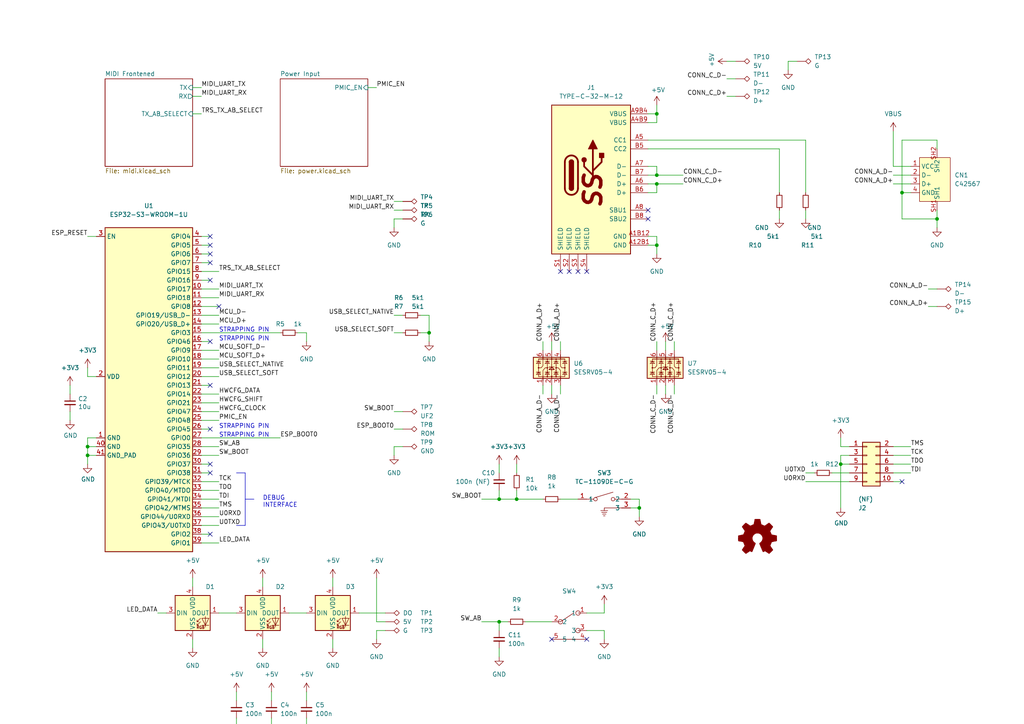
<source format=kicad_sch>
(kicad_sch (version 20230121) (generator eeschema)
  (paper "A4")
  (junction (at 190.5 53.34))
  (junction (at 25.4 132.08))
  (junction (at 261.62 55.88))
  (junction (at 185.42 147.32))
  (junction (at 144.78 144.78))
  (junction (at 231.14 302.26))
  (junction (at 149.86 218.44))
  (junction (at 190.5 50.8))
  (junction (at -30.48 78.74))
  (junction (at 144.78 180.34))
  (junction (at 271.78 63.5))
  (junction (at 124.46 96.52))
  (junction (at 190.5 33.02))
  (junction (at 149.86 144.78))
  (junction (at 190.5 71.12))
  (junction (at 215.9 292.1))
  (junction (at 248.92 289.56))
  (junction (at 25.4 129.54))
  (junction (at -25.4 78.74))
  (junction (at 248.92 279.4))
  (junction (at 243.84 134.62))
  (no_connect (at 187.96 63.5))
  (no_connect (at 162.56 78.74))
  (no_connect (at 167.64 78.74))
  (no_connect (at 60.96 81.28))
  (no_connect (at 160.02 185.42))
  (no_connect (at 170.18 185.42))
  (no_connect (at 63.5 88.9))
  (no_connect (at 60.96 111.76))
  (no_connect (at 60.96 124.46))
  (no_connect (at 60.96 134.62))
  (no_connect (at 60.96 137.16))
  (no_connect (at 60.96 154.94))
  (no_connect (at 60.96 71.12))
  (no_connect (at 60.96 68.58))
  (no_connect (at 60.96 73.66))
  (no_connect (at 60.96 76.2))
  (no_connect (at 170.18 78.74))
  (no_connect (at 165.1 78.74))
  (no_connect (at 60.96 99.06))
  (no_connect (at 243.84 264.16))
  (no_connect (at 261.62 139.7))
  (no_connect (at 187.96 60.96))
  (wire (pts (xy 205.74 274.32) (xy 218.44 274.32)))
  (wire (pts (xy 66.04 304.8) (xy 68.58 304.8)))
  (wire (pts (xy 58.42 71.12) (xy 60.96 71.12)))
  (wire (pts (xy 76.2 185.42) (xy 76.2 187.96)))
  (wire (pts (xy 139.7 144.78) (xy 144.78 144.78)))
  (wire (pts (xy 58.42 116.84) (xy 63.5 116.84)))
  (wire (pts (xy -25.4 78.74) (xy -25.4 81.28)))
  (wire (pts (xy 187.96 43.18) (xy 226.06 43.18)))
  (wire (pts (xy 58.42 76.2) (xy 60.96 76.2)))
  (wire (pts (xy 83.82 177.8) (xy 88.9 177.8)))
  (wire (pts (xy 45.72 241.3) (xy 45.72 246.38)))
  (wire (pts (xy 261.62 55.88) (xy 261.62 63.5)))
  (wire (pts (xy 48.26 271.78) (xy 43.18 271.78)))
  (wire (pts (xy 218.44 279.4) (xy 205.74 279.4)))
  (wire (pts (xy 160.02 111.76) (xy 160.02 114.3)))
  (wire (pts (xy 25.4 134.62) (xy 25.4 132.08)))
  (wire (pts (xy 58.42 104.14) (xy 63.5 104.14)))
  (wire (pts (xy 68.58 200.66) (xy 68.58 203.2)))
  (wire (pts (xy -30.48 76.2) (xy -30.48 78.74)))
  (wire (pts (xy 259.08 129.54) (xy 264.16 129.54)))
  (wire (pts (xy 116.84 259.08) (xy 116.84 261.62)))
  (wire (pts (xy 162.56 144.78) (xy 167.64 144.78)))
  (wire (pts (xy 48.26 325.12) (xy 43.18 325.12)))
  (wire (pts (xy 182.88 147.32) (xy 185.42 147.32)))
  (wire (pts (xy 190.5 53.34) (xy 198.12 53.34)))
  (wire (pts (xy 55.88 33.02) (xy 58.42 33.02)))
  (wire (pts (xy 78.74 200.66) (xy 78.74 203.2)))
  (wire (pts (xy 231.14 302.26) (xy 231.14 299.72)))
  (wire (pts (xy 187.96 71.12) (xy 190.5 71.12)))
  (wire (pts (xy 175.26 177.8) (xy 175.26 175.26)))
  (wire (pts (xy 114.3 96.52) (xy 116.84 96.52)))
  (wire (pts (xy 114.3 132.08) (xy 114.3 129.54)))
  (wire (pts (xy 114.3 91.44) (xy 116.84 91.44)))
  (wire (pts (xy 45.72 322.58) (xy 45.72 327.66)))
  (wire (pts (xy 210.82 27.94) (xy 213.36 27.94)))
  (wire (pts (xy 25.4 132.08) (xy 25.4 129.54)))
  (wire (pts (xy 109.22 182.88) (xy 111.76 182.88)))
  (wire (pts (xy 231.14 254) (xy 231.14 256.54)))
  (polyline (pts (xy 68.58 152.4) (xy 71.12 152.4)))
  (wire (pts (xy 58.42 157.48) (xy 63.5 157.48)))
  (wire (pts (xy 124.46 91.44) (xy 124.46 96.52)))
  (wire (pts (xy 271.78 43.18) (xy 271.78 40.64)))
  (wire (pts (xy 109.22 185.42) (xy 109.22 182.88)))
  (wire (pts (xy 187.96 40.64) (xy 233.68 40.64)))
  (wire (pts (xy 25.4 129.54) (xy 27.94 129.54)))
  (wire (pts (xy 109.22 167.64) (xy 109.22 180.34)))
  (wire (pts (xy 63.5 177.8) (xy 68.58 177.8)))
  (wire (pts (xy 68.58 325.12) (xy 63.5 325.12)))
  (wire (pts (xy 218.44 269.24) (xy 205.74 269.24)))
  (wire (pts (xy 58.42 124.46) (xy 60.96 124.46)))
  (wire (pts (xy 187.96 53.34) (xy 190.5 53.34)))
  (wire (pts (xy 63.5 327.66) (xy 66.04 327.66)))
  (wire (pts (xy 58.42 149.86) (xy 63.5 149.86)))
  (wire (pts (xy 187.96 33.02) (xy 190.5 33.02)))
  (wire (pts (xy 175.26 185.42) (xy 175.26 182.88)))
  (wire (pts (xy 246.38 132.08) (xy 243.84 132.08)))
  (wire (pts (xy 144.78 187.96) (xy 144.78 190.5)))
  (wire (pts (xy 109.22 180.34) (xy 111.76 180.34)))
  (wire (pts (xy 162.56 111.76) (xy 162.56 114.3)))
  (wire (pts (xy 25.4 132.08) (xy 27.94 132.08)))
  (wire (pts (xy 68.58 208.28) (xy 68.58 210.82)))
  (wire (pts (xy -35.56 78.74) (xy -30.48 78.74)))
  (wire (pts (xy 50.8 307.34) (xy 45.72 307.34)))
  (wire (pts (xy 259.08 50.8) (xy 264.16 50.8)))
  (wire (pts (xy 66.04 274.32) (xy 66.04 279.4)))
  (wire (pts (xy 233.68 40.64) (xy 233.68 55.88)))
  (wire (pts (xy 205.74 264.16) (xy 218.44 264.16)))
  (wire (pts (xy 243.84 127) (xy 243.84 129.54)))
  (wire (pts (xy 68.58 276.86) (xy 63.5 276.86)))
  (wire (pts (xy 114.3 124.46) (xy 116.84 124.46)))
  (wire (pts (xy 218.44 271.78) (xy 205.74 271.78)))
  (wire (pts (xy 58.42 129.54) (xy 63.5 129.54)))
  (wire (pts (xy 58.42 134.62) (xy 60.96 134.62)))
  (wire (pts (xy 48.26 274.32) (xy 45.72 274.32)))
  (wire (pts (xy 157.48 111.76) (xy 157.48 114.3)))
  (wire (pts (xy 215.9 302.26) (xy 231.14 302.26)))
  (wire (pts (xy 78.74 208.28) (xy 78.74 210.82)))
  (wire (pts (xy 193.04 111.76) (xy 193.04 114.3)))
  (wire (pts (xy 55.88 167.64) (xy 55.88 170.18)))
  (wire (pts (xy 58.42 88.9) (xy 63.5 88.9)))
  (wire (pts (xy 190.5 111.76) (xy 190.5 114.3)))
  (wire (pts (xy -30.48 68.58) (xy -30.48 71.12)))
  (wire (pts (xy 114.3 129.54) (xy 116.84 129.54)))
  (wire (pts (xy 226.06 43.18) (xy 226.06 55.88)))
  (wire (pts (xy 228.6 17.78) (xy 231.14 17.78)))
  (wire (pts (xy 121.92 96.52) (xy 124.46 96.52)))
  (wire (pts (xy 144.78 142.24) (xy 144.78 144.78)))
  (wire (pts (xy 233.68 139.7) (xy 246.38 139.7)))
  (wire (pts (xy 25.4 127) (xy 27.94 127)))
  (wire (pts (xy 157.48 144.78) (xy 149.86 144.78)))
  (wire (pts (xy 190.5 99.06) (xy 190.5 101.6)))
  (wire (pts (xy 58.42 93.98) (xy 63.5 93.98)))
  (wire (pts (xy 48.26 276.86) (xy 43.18 276.86)))
  (wire (pts (xy 269.24 88.9) (xy 271.78 88.9)))
  (wire (pts (xy 144.78 134.62) (xy 144.78 137.16)))
  (wire (pts (xy 149.86 218.44) (xy 149.86 215.9)))
  (wire (pts (xy 58.42 68.58) (xy 60.96 68.58)))
  (wire (pts (xy -35.56 109.22) (xy -20.32 109.22)))
  (wire (pts (xy 50.8 302.26) (xy 45.72 302.26)))
  (wire (pts (xy 58.42 127) (xy 81.28 127)))
  (wire (pts (xy 261.62 40.64) (xy 261.62 55.88)))
  (wire (pts (xy 76.2 167.64) (xy 76.2 170.18)))
  (wire (pts (xy 55.88 25.4) (xy 58.42 25.4)))
  (wire (pts (xy 114.3 66.04) (xy 114.3 63.5)))
  (wire (pts (xy 152.4 180.34) (xy 160.02 180.34)))
  (wire (pts (xy 243.84 132.08) (xy 243.84 134.62)))
  (wire (pts (xy 45.72 177.8) (xy 48.26 177.8)))
  (wire (pts (xy 248.92 289.56) (xy 248.92 292.1)))
  (wire (pts (xy -25.4 78.74) (xy -30.48 78.74)))
  (wire (pts (xy 48.26 299.72) (xy 48.26 304.8)))
  (wire (pts (xy 58.42 81.28) (xy 60.96 81.28)))
  (wire (pts (xy 106.68 25.4) (xy 109.22 25.4)))
  (wire (pts (xy -7.62 109.22) (xy -10.16 109.22)))
  (wire (pts (xy 58.42 137.16) (xy 60.96 137.16)))
  (wire (pts (xy 248.92 276.86) (xy 248.92 279.4)))
  (wire (pts (xy 116.84 266.7) (xy 116.84 269.24)))
  (wire (pts (xy 259.08 134.62) (xy 264.16 134.62)))
  (wire (pts (xy 20.32 111.76) (xy 20.32 114.3)))
  (wire (pts (xy 248.92 279.4) (xy 248.92 281.94)))
  (wire (pts (xy 190.5 33.02) (xy 190.5 30.48)))
  (wire (pts (xy 58.42 147.32) (xy 63.5 147.32)))
  (wire (pts (xy 261.62 55.88) (xy 264.16 55.88)))
  (wire (pts (xy 271.78 40.64) (xy 261.62 40.64)))
  (wire (pts (xy 259.08 53.34) (xy 264.16 53.34)))
  (wire (pts (xy 68.58 248.92) (xy 63.5 248.92)))
  (wire (pts (xy 231.14 304.8) (xy 231.14 302.26)))
  (wire (pts (xy 185.42 147.32) (xy 185.42 144.78)))
  (wire (pts (xy 58.42 109.22) (xy 63.5 109.22)))
  (wire (pts (xy 246.38 129.54) (xy 243.84 129.54)))
  (wire (pts (xy 121.92 91.44) (xy 124.46 91.44)))
  (polyline (pts (xy 68.58 137.16) (xy 71.12 137.16)))
  (wire (pts (xy 68.58 243.84) (xy 63.5 243.84)))
  (wire (pts (xy 248.92 279.4) (xy 256.54 279.4)))
  (wire (pts (xy -20.32 78.74) (xy -25.4 78.74)))
  (wire (pts (xy 215.9 261.62) (xy 215.9 292.1)))
  (wire (pts (xy 243.84 134.62) (xy 246.38 134.62)))
  (wire (pts (xy -7.62 78.74) (xy -10.16 78.74)))
  (wire (pts (xy 68.58 271.78) (xy 63.5 271.78)))
  (wire (pts (xy 48.26 330.2) (xy 43.18 330.2)))
  (wire (pts (xy 149.86 134.62) (xy 149.86 137.16)))
  (wire (pts (xy 127 259.08) (xy 127 261.62)))
  (wire (pts (xy 88.9 96.52) (xy 86.36 96.52)))
  (wire (pts (xy 185.42 144.78) (xy 182.88 144.78)))
  (wire (pts (xy 264.16 137.16) (xy 259.08 137.16)))
  (wire (pts (xy 144.78 180.34) (xy 144.78 182.88)))
  (wire (pts (xy 96.52 185.42) (xy 96.52 187.96)))
  (wire (pts (xy 58.42 114.3) (xy 63.5 114.3)))
  (wire (pts (xy 261.62 63.5) (xy 271.78 63.5)))
  (wire (pts (xy 190.5 71.12) (xy 190.5 73.66)))
  (wire (pts (xy 264.16 48.26) (xy 259.08 48.26)))
  (wire (pts (xy 271.78 63.5) (xy 271.78 66.04)))
  (wire (pts (xy 271.78 60.96) (xy 271.78 63.5)))
  (wire (pts (xy 71.12 302.26) (xy 66.04 302.26)))
  (wire (pts (xy 88.9 200.66) (xy 88.9 203.2)))
  (wire (pts (xy 248.92 289.56) (xy 256.54 289.56)))
  (wire (pts (xy 88.9 208.28) (xy 88.9 210.82)))
  (wire (pts (xy 193.04 99.06) (xy 193.04 101.6)))
  (wire (pts (xy 58.42 73.66) (xy 60.96 73.66)))
  (wire (pts (xy 48.26 248.92) (xy 43.18 248.92)))
  (wire (pts (xy 58.42 99.06) (xy 60.96 99.06)))
  (wire (pts (xy 58.42 111.76) (xy 60.96 111.76)))
  (wire (pts (xy 127 266.7) (xy 127 269.24)))
  (wire (pts (xy 58.42 78.74) (xy 63.5 78.74)))
  (wire (pts (xy 160.02 99.06) (xy 160.02 101.6)))
  (wire (pts (xy 114.3 60.96) (xy 116.84 60.96)))
  (wire (pts (xy 218.44 294.64) (xy 213.36 294.64)))
  (wire (pts (xy 248.92 287.02) (xy 248.92 289.56)))
  (wire (pts (xy 104.14 177.8) (xy 111.76 177.8)))
  (wire (pts (xy 233.68 63.5) (xy 233.68 60.96)))
  (wire (pts (xy 218.44 266.7) (xy 205.74 266.7)))
  (wire (pts (xy 58.42 154.94) (xy 60.96 154.94)))
  (wire (pts (xy 205.74 281.94) (xy 218.44 281.94)))
  (wire (pts (xy 236.22 137.16) (xy 233.68 137.16)))
  (wire (pts (xy 246.38 137.16) (xy 241.3 137.16)))
  (wire (pts (xy 269.24 83.82) (xy 271.78 83.82)))
  (wire (pts (xy 58.42 101.6) (xy 63.5 101.6)))
  (wire (pts (xy 190.5 50.8) (xy 198.12 50.8)))
  (wire (pts (xy 149.86 142.24) (xy 149.86 144.78)))
  (wire (pts (xy 58.42 132.08) (xy 63.5 132.08)))
  (polyline (pts (xy 71.12 144.78) (xy 73.66 144.78)))
  (wire (pts (xy 149.86 220.98) (xy 149.86 218.44)))
  (wire (pts (xy 190.5 55.88) (xy 190.5 53.34)))
  (wire (pts (xy 68.58 330.2) (xy 63.5 330.2)))
  (wire (pts (xy 147.32 180.34) (xy 144.78 180.34)))
  (wire (pts (xy 261.62 139.7) (xy 259.08 139.7)))
  (wire (pts (xy 195.58 99.06) (xy 195.58 101.6)))
  (polyline (pts (xy 71.12 144.78) (xy 71.12 152.4)))
  (wire (pts (xy 124.46 96.52) (xy 124.46 99.06)))
  (wire (pts (xy 187.96 50.8) (xy 190.5 50.8)))
  (wire (pts (xy 58.42 139.7) (xy 63.5 139.7)))
  (wire (pts (xy 228.6 20.32) (xy 228.6 17.78)))
  (wire (pts (xy 243.84 134.62) (xy 243.84 147.32)))
  (wire (pts (xy 185.42 149.86) (xy 185.42 147.32)))
  (wire (pts (xy 20.32 119.38) (xy 20.32 121.92)))
  (wire (pts (xy -7.62 114.3) (xy -7.62 109.22)))
  (wire (pts (xy 48.26 327.66) (xy 45.72 327.66)))
  (wire (pts (xy 218.44 289.56) (xy 213.36 289.56)))
  (wire (pts (xy 48.26 243.84) (xy 43.18 243.84)))
  (wire (pts (xy 157.48 99.06) (xy 157.48 101.6)))
  (wire (pts (xy 25.4 129.54) (xy 25.4 127)))
  (wire (pts (xy 68.58 304.8) (xy 68.58 309.88)))
  (wire (pts (xy 106.68 259.08) (xy 106.68 261.62)))
  (wire (pts (xy 25.4 106.68) (xy 25.4 109.22)))
  (wire (pts (xy 187.96 35.56) (xy 190.5 35.56)))
  (wire (pts (xy 187.96 48.26) (xy 190.5 48.26)))
  (wire (pts (xy 114.3 58.42) (xy 116.84 58.42)))
  (wire (pts (xy 27.94 68.58) (xy 25.4 68.58)))
  (wire (pts (xy 58.42 106.68) (xy 63.5 106.68)))
  (wire (pts (xy 147.32 218.44) (xy 149.86 218.44)))
  (wire (pts (xy 243.84 261.62) (xy 248.92 261.62)))
  (wire (pts (xy 66.04 327.66) (xy 66.04 332.74)))
  (wire (pts (xy 218.44 292.1) (xy 215.9 292.1)))
  (wire (pts (xy 195.58 111.76) (xy 195.58 114.3)))
  (wire (pts (xy 226.06 63.5) (xy 226.06 60.96)))
  (wire (pts (xy 88.9 99.06) (xy 88.9 96.52)))
  (wire (pts (xy 58.42 121.92) (xy 63.5 121.92)))
  (wire (pts (xy 170.18 177.8) (xy 175.26 177.8)))
  (wire (pts (xy 190.5 68.58) (xy 190.5 71.12)))
  (wire (pts (xy 25.4 109.22) (xy 27.94 109.22)))
  (wire (pts (xy -7.62 83.82) (xy -7.62 78.74)))
  (wire (pts (xy 58.42 83.82) (xy 63.5 83.82)))
  (wire (pts (xy 210.82 17.78) (xy 213.36 17.78)))
  (wire (pts (xy 50.8 304.8) (xy 48.26 304.8)))
  (wire (pts (xy 114.3 119.38) (xy 116.84 119.38)))
  (wire (pts (xy 71.12 307.34) (xy 66.04 307.34)))
  (wire (pts (xy 114.3 63.5) (xy 116.84 63.5)))
  (wire (pts (xy 58.42 144.78) (xy 63.5 144.78)))
  (wire (pts (xy 187.96 68.58) (xy 190.5 68.58)))
  (wire (pts (xy 63.5 246.38) (xy 66.04 246.38)))
  (wire (pts (xy 106.68 266.7) (xy 106.68 269.24)))
  (wire (pts (xy 96.52 266.7) (xy 96.52 269.24)))
  (wire (pts (xy 58.42 142.24) (xy 63.5 142.24)))
  (wire (pts (xy 175.26 182.88) (xy 170.18 182.88)))
  (wire (pts (xy 215.9 292.1) (xy 215.9 302.26)))
  (wire (pts (xy 58.42 91.44) (xy 63.5 91.44)))
  (wire (pts (xy 96.52 167.64) (xy 96.52 170.18)))
  (wire (pts (xy 264.16 132.08) (xy 259.08 132.08)))
  (wire (pts (xy 190.5 35.56) (xy 190.5 33.02)))
  (wire (pts (xy 55.88 185.42) (xy 55.88 187.96)))
  (wire (pts (xy 48.26 246.38) (xy 45.72 246.38)))
  (wire (pts (xy 218.44 261.62) (xy 215.9 261.62)))
  (wire (pts (xy 96.52 259.08) (xy 96.52 261.62)))
  (wire (pts (xy -25.4 86.36) (xy -25.4 88.9)))
  (wire (pts (xy 58.42 152.4) (xy 63.5 152.4)))
  (wire (pts (xy 149.86 144.78) (xy 144.78 144.78)))
  (wire (pts (xy 66.04 246.38) (xy 66.04 251.46)))
  (wire (pts (xy 162.56 99.06) (xy 162.56 101.6)))
  (wire (pts (xy 58.42 86.36) (xy 63.5 86.36)))
  (wire (pts (xy 218.44 276.86) (xy 205.74 276.86)))
  (polyline (pts (xy 71.12 137.16) (xy 71.12 144.78)))
  (wire (pts (xy 210.82 22.86) (xy 213.36 22.86)))
  (wire (pts (xy 190.5 48.26) (xy 190.5 50.8)))
  (wire (pts (xy 187.96 55.88) (xy 190.5 55.88)))
  (wire (pts (xy 259.08 38.1) (xy 259.08 48.26)))
  (wire (pts (xy 55.88 27.94) (xy 58.42 27.94)))
  (wire (pts (xy 58.42 119.38) (xy 63.5 119.38)))
  (wire (pts (xy 149.86 215.9) (xy 147.32 215.9)))
  (wire (pts (xy 45.72 269.24) (xy 45.72 274.32)))
  (wire (pts (xy 139.7 180.34) (xy 144.78 180.34)))
  (wire (pts (xy 58.42 96.52) (xy 81.28 96.52)))
  (wire (pts (xy 63.5 274.32) (xy 66.04 274.32)))
  (text "STRAPPING PIN" (at 63.5 124.46 0) (effects (font (size 1.27 1.27)) (justify left bottom)))
  (text "STRAPPING PIN" (at 63.5 99.06 0) (effects (font (size 1.27 1.27)) (justify left bottom)))
  (text "STRAPPING PIN" (at 63.5 96.52 0) (effects (font (size 1.27 1.27)) (justify left bottom)))
  (text "DEBUG\nINTERFACE" (at 76.2 147.32 0) (effects (font (size 1.27 1.27)) (justify left bottom)))
  (text "STRAPPING PIN" (at 63.5 127 0) (effects (font (size 1.27 1.27)) (justify left bottom)))
  (label "MCU_D-" (at 63.5 91.44 0))
  (label "CONN_C_D-" (at 68.58 248.92 0))
  (label "LED_DATA" (at 45.72 177.8 180))
  (label "HWCFG_DATA" (at 63.5 114.3 0))
  (label "CONN_A_D-" (at 259.08 50.8 180))
  (label "TDO" (at 63.5 142.24 0))
  (label "HWCFG_LOW" (at 205.74 276.86 180))
  (label "HWCFG_LOW" (at 205.74 264.16 180))
  (label "MIDI_UART_TX" (at 58.42 25.4 0))
  (label "ESP_BOOT0" (at -35.56 109.22 180))
  (label "HWCFG_CLOCK" (at 63.5 119.38 0))
  (label "MCU_SOFT_D-" (at 45.72 307.34 180))
  (label "SW_BOOT" (at 139.7 144.78 180))
  (label "HWCFG_LOW" (at 205.74 274.32 180))
  (label "CONN_C_D-" (at 210.82 22.86 180))
  (label "TDO" (at 264.16 134.62 0))
  (label "CONN_C_D+" (at 68.58 325.12 0))
  (label "U0RXD" (at 63.5 149.86 0))
  (label "CONN_C_D-" (at 198.12 50.8 0))
  (label "PMIC_EN" (at 109.22 25.4 0))
  (label "MCU_D-" (at 43.18 248.92 180))
  (label "TRS_TX_AB_SELECT" (at 63.5 78.74 0))
  (label "USB_SELECT_SOFT" (at 63.5 109.22 0))
  (label "U0TXD" (at 63.5 152.4 0))
  (label "ESP_BOOT0" (at 81.28 127 0))
  (label "HWCFG_LOW" (at 256.54 289.56 0))
  (label "ESP_RESET" (at -35.56 78.74 180))
  (label "USB_SELECT_NATIVE" (at 43.18 243.84 180))
  (label "TRS_TX_AB_SELECT" (at 58.42 33.02 0))
  (label "TCK" (at 264.16 132.08 0))
  (label "TCK" (at 63.5 139.7 0))
  (label "TMS" (at 264.16 129.54 0))
  (label "CONN_A_D+" (at 162.56 99.06 90))
  (label "TMS" (at 63.5 147.32 0))
  (label "U0RXD" (at 233.68 139.7 180))
  (label "CONN_A_D+" (at 68.58 330.2 0))
  (label "MIDI_UART_RX" (at 114.3 60.96 180))
  (label "MCU_D+" (at 43.18 276.86 180))
  (label "SW_BOOT" (at 63.5 132.08 0))
  (label "HWCFG_CLOCK" (at 213.36 289.56 180))
  (label "HWCFG_HIGH" (at 256.54 279.4 0))
  (label "CONN_A_D-" (at 162.56 114.2394 270))
  (label "HWCFG_SHIFT" (at 213.36 294.64 180))
  (label "CONN_A_D-" (at 157.48 114.3 270))
  (label "MCU_D+" (at 63.5 93.98 0))
  (label "MCU_SOFT_D+" (at 43.18 330.2 180))
  (label "U0TXD" (at 233.68 137.16 180))
  (label "HWCFG_LOW" (at 205.74 279.4 180))
  (label "USB_SELECT_NATIVE" (at 43.18 271.78 180))
  (label "HWCFG_HIGH" (at 205.74 269.24 180))
  (label "USB_SELECT_SOFT" (at 43.18 325.12 180))
  (label "CONN_C_D+" (at 210.82 27.94 180))
  (label "MIDI_UART_RX" (at 58.42 27.94 0))
  (label "PMIC_EN" (at 63.5 121.92 0))
  (label "CONN_C_D+" (at 195.58 99.06 90))
  (label "ESP_BOOT0" (at 114.3 124.46 180))
  (label "CONN_A_D+" (at 157.48 99.06 90))
  (label "SW_BOOT" (at 114.3 119.38 180))
  (label "CONN_C_D+" (at 190.5 99.06 90))
  (label "USB_SELECT_NATIVE" (at 114.3 91.44 180))
  (label "MIDI_UART_RX" (at 63.5 86.36 0))
  (label "CONN_A_D+" (at 259.08 53.34 180))
  (label "CONN_A_D-" (at 68.58 243.84 0))
  (label "USB_SELECT_SOFT" (at 114.3 96.52 180))
  (label "USB_SELECT_NATIVE" (at 63.5 106.68 0))
  (label "CONN_A_D-" (at 71.12 307.34 0))
  (label "MCU_SOFT_D-" (at 63.5 101.6 0))
  (label "MCU_SOFT_D+" (at 63.5 104.14 0))
  (label "MIDI_UART_TX" (at 63.5 83.82 0))
  (label "SW_AB" (at 139.7 180.34 180))
  (label "TDI" (at 63.5 144.78 0))
  (label "CONN_C_D-" (at 190.5 114.3 270))
  (label "LED_DATA" (at 63.5 157.48 0))
  (label "CONN_C_D-" (at 71.12 302.26 0))
  (label "HWCFG_DATA" (at 248.92 261.62 0))
  (label "CONN_A_D-" (at 269.24 83.82 180))
  (label "CONN_C_D+" (at 198.12 53.34 0))
  (label "MIDI_UART_TX" (at 114.3 58.42 180))
  (label "HWCFG_HIGH" (at 205.74 266.7 180))
  (label "TDI" (at 264.16 137.16 0))
  (label "SW_AB" (at 63.5 129.54 0))
  (label "CONN_C_D-" (at 195.58 114.3 270))
  (label "HWCFG_LOW" (at 205.74 271.78 180))
  (label "CONN_C_D+" (at 68.58 276.86 0))
  (label "USB_SELECT_SOFT" (at 45.72 302.26 180))
  (label "HWCFG_SHIFT" (at 63.5 116.84 0))
  (label "HWCFG_HIGH" (at 205.74 281.94 180))
  (label "CONN_A_D+" (at 269.24 88.9 180))
  (label "CONN_A_D+" (at 68.58 271.78 0))
  (label "ESP_RESET" (at 25.4 68.58 180))
  (symbol (lib_id "power:GND") (at 96.52 269.24 0) (unit 1)
    (property "Reference" "#PWR032" (effects hide))
    (property "Value" "GND" (at 96.52 274.32 0))
  )
  (symbol (lib_id "Connector:TestPoint_Alt") (at 213.36 17.78 270) (unit 1)
    (property "Reference" "TP10" (at 218.44 16.5099 90) (effects (justify left)))
    (property "Value" "5V" (at 218.44 19.0499 90) (effects (justify left)))
    (property "Footprint" "TestPoint:TestPoint_THTPad_D1.0mm_Drill0.5mm" (effects hide))
  )
  (symbol (lib_id "suku_basics:RES") (at 238.76 137.16 270) (unit 1)
    (property "Reference" "R12" (at 241.3 134.62 90))
    (property "Value" "1k" (at 236.22 134.62 90))
    (property "Footprint" "suku_basics:RES_0402" (effects hide))
  )
  (symbol (lib_id "suku_basics:RES") (at 149.86 139.7 180) (unit 1)
    (property "Reference" "R1" (at 152.4 139.065 0) (effects (justify right)))
    (property "Value" "10k" (at 152.4 141.605 0) (effects (justify right)))
    (property "Footprint" "suku_basics:RES_0402" (effects hide))
  )
  (symbol (lib_id "power:+3V3") (at 248.92 276.86 0) (unit 1)
    (property "Reference" "#PWR063" (effects hide))
    (property "Value" "+3V3" (at 248.92 271.78 0))
  )
  (symbol (lib_id "power:GND") (at 160.02 114.3 0) (unit 1)
    (property "Reference" "#PWR047" (effects hide))
    (property "Value" "GND" (at 160.02 119.38 0))
  )
  (symbol (lib_id "Connector:TestPoint_Alt") (at 116.84 58.42 270) (unit 1)
    (property "Reference" "TP4" (at 121.92 57.1499 90) (effects (justify left)))
    (property "Value" "TX" (at 121.92 59.6899 90) (effects (justify left)))
    (property "Footprint" "TestPoint:TestPoint_THTPad_D1.0mm_Drill0.5mm" (effects hide))
  )
  (symbol (lib_id "power:GND") (at 185.42 149.86 0) (unit 1)
    (property "Reference" "#PWR048" (effects hide))
    (property "Value" "GND" (at 185.42 154.94 0))
  )
  (symbol (lib_id "Switch:SW_SPST") (at -15.24 78.74 0) (mirror y) (unit 1)
    (property "Reference" "SW1" (at -15.24 72.39 0))
    (property "Value" "C2905169" (at -15.24 74.93 0))
    (property "Footprint" "Button_Switch_SMD:SW_SPST_CK_RS282G05A3" (effects hide))
  )
  (symbol (lib_id "Connector:TestPoint_Alt") (at 111.76 180.34 270) (unit 1)
    (property "Reference" "TP2" (at 121.92 180.34 90) (effects (justify left)))
    (property "Value" "5V" (at 116.84 180.34 90) (effects (justify left)))
    (property "Footprint" "TestPoint:TestPoint_THTPad_D1.0mm_Drill0.5mm" (effects hide))
  )
  (symbol (lib_id "power:GND") (at 116.84 269.24 0) (unit 1)
    (property "Reference" "#PWR040" (effects hide))
    (property "Value" "GND" (at 116.84 274.32 0))
  )
  (symbol (lib_id "suku_basics:ESP32-S3-WROOM-1U") (at 43.18 109.22 0) (unit 1)
    (property "Reference" "U1" (at 43.18 59.69 0))
    (property "Value" "ESP32-S3-WROOM-1U" (at 43.18 62.23 0))
    (property "Footprint" "suku_basics:ESP32-S3-WROOM-1U" (effects hide))
    (property "Datasheet" "https://www.espressif.com/sites/default/files/documentation/esp32-wroom-32d_esp32-wroom-32u_datasheet_en.pdf" (effects hide))
  )
  (symbol (lib_id "Connector:TestPoint_Alt") (at 271.78 83.82 270) (unit 1)
    (property "Reference" "TP14" (at 276.86 82.5499 90) (effects (justify left)))
    (property "Value" "D-" (at 276.86 85.0899 90) (effects (justify left)))
    (property "Footprint" "TestPoint:TestPoint_THTPad_D1.0mm_Drill0.5mm" (effects hide))
  )
  (symbol (lib_id "suku_basics:RES") (at 160.02 144.78 90) (unit 1)
    (property "Reference" "R8" (at 160.02 138.43 90))
    (property "Value" "1k" (at 160.02 140.97 90))
    (property "Footprint" "suku_basics:RES_0402" (effects hide))
  )
  (symbol (lib_id "Connector_Generic:Conn_01x02") (at 142.24 218.44 180) (unit 1)
    (property "Reference" "J3" (at 142.24 210.82 0))
    (property "Value" "Conn_01x02" (at 142.24 213.36 0))
    (property "Footprint" "suku_basics:OscilloscopeGround" (effects hide))
  )
  (symbol (lib_id "power:+5V") (at 109.22 167.64 0) (unit 1)
    (property "Reference" "#PWR035" (effects hide))
    (property "Value" "+5V" (at 109.22 162.56 0))
  )
  (symbol (lib_id "power:GND") (at 20.32 121.92 0) (unit 1)
    (property "Reference" "#PWR06" (effects hide))
    (property "Value" "GND" (at 20.447 126.3142 0))
  )
  (symbol (lib_id "power:+5V") (at 96.52 167.64 0) (unit 1)
    (property "Reference" "#PWR029" (effects hide))
    (property "Value" "+5V" (at 96.52 162.56 0))
  )
  (symbol (lib_id "power:GND") (at -7.62 83.82 0) (mirror y) (unit 1)
    (property "Reference" "#PWR03" (effects hide))
    (property "Value" "GND" (at -7.62 88.9 0))
  )
  (symbol (lib_id "power:GND") (at 66.04 251.46 0) (mirror y) (unit 1)
    (property "Reference" "#PWR016" (effects hide))
    (property "Value" "GND" (at 66.04 256.54 0))
  )
  (symbol (lib_id "Connector:TestPoint_Alt") (at 116.84 124.46 270) (unit 1)
    (property "Reference" "TP8" (at 121.92 123.1899 90) (effects (justify left)))
    (property "Value" "ROM" (at 121.92 125.7299 90) (effects (justify left)))
    (property "Footprint" "TestPoint:TestPoint_THTPad_D1.0mm_Drill0.5mm" (effects hide))
  )
  (symbol (lib_id "power:GND") (at 114.3 132.08 0) (mirror y) (unit 1)
    (property "Reference" "#PWR038" (effects hide))
    (property "Value" "GND" (at 114.3 137.16 0))
  )
  (symbol (lib_id "suku_basics:CAP") (at 88.9 205.74 0) (unit 1)
    (property "Reference" "C5" (at 91.44 204.4762 0) (effects (justify left)))
    (property "Value" "100n" (at 91.44 207.0162 0) (effects (justify left)))
    (property "Footprint" "suku_basics:CAP_0402" (effects hide))
  )
  (symbol (lib_id "suku_basics:UI_WS2812C-2020") (at 96.52 177.8 0) (unit 1)
    (property "Reference" "D3" (at 101.6 170.18 0))
    (property "Value" "UI_WS2812C-2020" (effects hide))
    (property "Footprint" "suku_basics:UI_WS2812C-2020_LIGHTPIPE" (effects hide))
  )
  (symbol (lib_id "Connector:TestPoint_Alt") (at 116.84 63.5 270) (unit 1)
    (property "Reference" "TP6" (at 121.92 62.2299 90) (effects (justify left)))
    (property "Value" "G" (at 121.92 64.7699 90) (effects (justify left)))
    (property "Footprint" "TestPoint:TestPoint_THTPad_1.0x1.0mm_Drill0.5mm" (effects hide))
  )
  (symbol (lib_id "suku_basics:UI_WS2812C-2020") (at 76.2 177.8 0) (unit 1)
    (property "Reference" "D2" (at 81.28 170.18 0))
    (property "Value" "UI_WS2812C-2020" (effects hide))
    (property "Footprint" "suku_basics:UI_WS2812C-2020_LIGHTPIPE" (effects hide))
  )
  (symbol (lib_id "power:GND") (at 228.6 20.32 0) (mirror y) (unit 1)
    (property "Reference" "#PWR057" (effects hide))
    (property "Value" "GND" (at 228.6 25.4 0))
  )
  (symbol (lib_id "power:GND") (at 55.88 187.96 0) (unit 1)
    (property "Reference" "#PWR015" (effects hide))
    (property "Value" "GND" (at 55.88 193.04 0))
  )
  (symbol (lib_id "suku_basics:UI_WS2812C-2020") (at 55.88 177.8 0) (unit 1)
    (property "Reference" "D1" (at 60.96 170.18 0))
    (property "Value" "UI_WS2812C-2020" (effects hide))
    (property "Footprint" "suku_basics:UI_WS2812C-2020_LIGHTPIPE" (effects hide))
  )
  (symbol (lib_id "power:+5V") (at 78.74 200.66 0) (unit 1)
    (property "Reference" "#PWR024" (effects hide))
    (property "Value" "+5V" (at 78.74 195.58 0))
  )
  (symbol (lib_id "power:+5V") (at 45.72 269.24 0) (mirror y) (unit 1)
    (property "Reference" "#PWR011" (effects hide))
    (property "Value" "+5V" (at 45.72 264.16 0))
  )
  (symbol (lib_id "power:+5V") (at 190.5 30.48 0) (unit 1)
    (property "Reference" "#PWR051" (effects hide))
    (property "Value" "+5V" (at 190.881 26.0858 0))
  )
  (symbol (lib_id "power:+3V3") (at 231.14 254 0) (unit 1)
    (property "Reference" "#PWR058" (effects hide))
    (property "Value" "+3V3" (at 231.14 248.92 0))
  )
  (symbol (lib_id "power:GND") (at 68.58 309.88 0) (mirror y) (unit 1)
    (property "Reference" "#PWR021" (effects hide))
    (property "Value" "GND" (at 68.58 314.96 0))
  )
  (symbol (lib_id "power:+3V3") (at 149.86 134.62 0) (unit 1)
    (property "Reference" "#PWR09" (effects hide))
    (property "Value" "+3V3" (at 149.86 129.54 0))
  )
  (symbol (lib_id "power:+3V3") (at 243.84 127 0) (unit 1)
    (property "Reference" "#PWR061" (effects hide))
    (property "Value" "+3V3" (at 243.84 121.92 0))
  )
  (symbol (lib_id "power:+5V") (at 48.26 299.72 0) (mirror y) (unit 1)
    (property "Reference" "#PWR013" (effects hide))
    (property "Value" "+5V" (at 48.26 294.64 0))
  )
  (symbol (lib_id "power:+5V") (at 55.88 167.64 0) (unit 1)
    (property "Reference" "#PWR014" (effects hide))
    (property "Value" "+5V" (at 55.88 162.56 0))
  )
  (symbol (lib_id "suku_basics:CAP") (at 20.32 116.84 0) (unit 1)
    (property "Reference" "C2" (at 22.6568 115.6716 0) (effects (justify left)))
    (property "Value" "10u" (at 22.6568 117.983 0) (effects (justify left)))
    (property "Footprint" "suku_basics:CAP_0402" (effects hide))
  )
  (symbol (lib_id "power:GND") (at 96.52 187.96 0) (unit 1)
    (property "Reference" "#PWR030" (effects hide))
    (property "Value" "GND" (at 96.52 193.04 0))
  )
  (symbol (lib_id "Connector:TestPoint_Alt") (at 213.36 27.94 270) (unit 1)
    (property "Reference" "TP12" (at 218.44 26.6699 90) (effects (justify left)))
    (property "Value" "D+" (at 218.44 29.2099 90) (effects (justify left)))
    (property "Footprint" "TestPoint:TestPoint_THTPad_D1.0mm_Drill0.5mm" (effects hide))
  )
  (symbol (lib_id "power:+3V3") (at 144.78 134.62 0) (unit 1)
    (property "Reference" "#PWR044" (effects hide))
    (property "Value" "+3V3" (at 144.78 129.54 0))
  )
  (symbol (lib_id "suku_basics:BL1551B") (at 58.42 304.8 0) (mirror y) (unit 1)
    (property "Reference" "U5" (at 58.42 295.91 0))
    (property "Value" "BL1551B" (at 58.42 298.45 0))
    (property "Footprint" "suku_basics:SOT-363_SC-70-6" (effects hide))
    (property "Datasheet" "https://datasheet.lcsc.com/lcsc/2201121900_BL-Shanghai-Belling-BL1551B_C2944066.pdf" (effects hide))
  )
  (symbol (lib_id "suku_basics:BL1551B") (at 55.88 246.38 0) (mirror y) (unit 1)
    (property "Reference" "U2" (at 55.88 237.49 0))
    (property "Value" "BL1551B" (at 55.88 240.03 0))
    (property "Footprint" "suku_basics:SOT-363_SC-70-6" (effects hide))
    (property "Datasheet" "https://datasheet.lcsc.com/lcsc/2201121900_BL-Shanghai-Belling-BL1551B_C2944066.pdf" (effects hide))
  )
  (symbol (lib_id "suku_basics:BL1551B") (at 55.88 327.66 0) (mirror y) (unit 1)
    (property "Reference" "U4" (at 55.88 318.77 0))
    (property "Value" "BL1551B" (at 55.88 321.31 0))
    (property "Footprint" "suku_basics:SOT-363_SC-70-6" (effects hide))
    (property "Datasheet" "https://datasheet.lcsc.com/lcsc/2201121900_BL-Shanghai-Belling-BL1551B_C2944066.pdf" (effects hide))
  )
  (symbol (lib_id "suku_basics:CAP") (at 127 264.16 0) (unit 1)
    (property "Reference" "C9" (at 129.54 262.8962 0) (effects (justify left)))
    (property "Value" "100n" (at 129.54 265.4362 0) (effects (justify left)))
    (property "Footprint" "suku_basics:CAP_0402" (effects hide))
  )
  (symbol (lib_id "suku_basics:RES") (at 119.38 91.44 270) (mirror x) (unit 1)
    (property "Reference" "R6" (at 114.3 86.36 90) (effects (justify left)))
    (property "Value" "5k1" (at 119.38 86.36 90) (effects (justify left)))
    (property "Footprint" "suku_basics:RES_0402" (effects hide))
  )
  (symbol (lib_id "power:+5V") (at 210.82 17.78 90) (unit 1)
    (property "Reference" "#PWR055" (effects hide))
    (property "Value" "+5V" (at 206.4258 17.399 0))
  )
  (symbol (lib_id "suku_basics:BL1551B") (at 55.88 274.32 0) (mirror y) (unit 1)
    (property "Reference" "U3" (at 55.88 265.43 0))
    (property "Value" "BL1551B" (at 55.88 267.97 0))
    (property "Footprint" "suku_basics:SOT-363_SC-70-6" (effects hide))
    (property "Datasheet" "https://datasheet.lcsc.com/lcsc/2201121900_BL-Shanghai-Belling-BL1551B_C2944066.pdf" (effects hide))
  )
  (symbol (lib_id "suku_basics:ST-0-102-C03-N003-RS") (at 165.1 180.34 0) (unit 1)
    (property "Reference" "SW4" (at 165.1 171.45 0))
    (property "Value" "ST-0-102-C03-N003-RS" (effects hide))
    (property "Footprint" "suku_basics:SW-TH_ST-0-102-C03-N003-RS" (effects hide))
    (property "Manufacturer" "YUEN FUNG(源丰)" (effects hide))
    (property "LCSC Part" "C1788489" (effects hide))
    (property "JLC Part" "Extended Part" (effects hide))
  )
  (symbol (lib_id "power:GND") (at 109.22 185.42 0) (mirror y) (unit 1)
    (property "Reference" "#PWR036" (effects hide))
    (property "Value" "GND" (at 109.22 190.5 0))
  )
  (symbol (lib_id "suku_basics:OSHWA") (at 219.71 156.21 0) (unit 1)
    (property "Reference" "LOGO1" (effects hide))
    (property "Value" "OSHWA" (effects hide))
    (property "Footprint" "suku_basics:OSHWA_KNOT" (effects hide))
  )
  (symbol (lib_id "power:GND") (at -25.4 88.9 0) (mirror y) (unit 1)
    (property "Reference" "#PWR02" (effects hide))
    (property "Value" "GND" (at -25.4 93.98 0))
  )
  (symbol (lib_id "power:GND") (at 233.68 63.5 0) (mirror y) (unit 1)
    (property "Reference" "#PWR060" (effects hide))
    (property "Value" "GND" (at 236.22 66.04 0))
  )
  (symbol (lib_id "power:+3V3") (at 175.26 175.26 0) (unit 1)
    (property "Reference" "#PWR049" (effects hide))
    (property "Value" "+3V3" (at 175.26 170.18 0))
  )
  (symbol (lib_id "suku_basics:CAP") (at 96.52 264.16 0) (unit 1)
    (property "Reference" "C6" (at 99.06 262.8962 0) (effects (justify left)))
    (property "Value" "100n" (at 99.06 265.4362 0) (effects (justify left)))
    (property "Footprint" "suku_basics:CAP_0402" (effects hide))
  )
  (symbol (lib_id "power:GND") (at 271.78 66.04 0) (unit 1)
    (property "Reference" "#PWR066" (effects hide))
    (property "Value" "GND" (at 271.78 71.12 0))
  )
  (symbol (lib_id "Connector:TestPoint_Alt") (at 111.76 182.88 270) (unit 1)
    (property "Reference" "TP3" (at 121.92 182.88 90) (effects (justify left)))
    (property "Value" "G" (at 116.84 182.88 90) (effects (justify left)))
    (property "Footprint" "TestPoint:TestPoint_THTPad_1.0x1.0mm_Drill0.5mm" (effects hide))
  )
  (symbol (lib_id "power:GND") (at 231.14 304.8 0) (unit 1)
    (property "Reference" "#PWR059" (effects hide))
    (property "Value" "GND" (at 231.267 309.1942 0))
  )
  (symbol (lib_id "suku_basics:CAP") (at 248.92 284.48 0) (unit 1)
    (property "Reference" "C12" (at 251.2568 283.3116 0) (effects (justify left)))
    (property "Value" "100n" (at 251.2568 285.623 0) (effects (justify left)))
    (property "Footprint" "suku_basics:CAP_0402" (effects hide))
  )
  (symbol (lib_id "power:VBUS") (at 259.08 38.1 0) (unit 1)
    (property "Reference" "#PWR065" (effects hide))
    (property "Value" "VBUS" (at 259.08 33.02 0))
  )
  (symbol (lib_id "power:GND") (at 114.3 66.04 0) (mirror y) (unit 1)
    (property "Reference" "#PWR037" (effects hide))
    (property "Value" "GND" (at 114.3 71.12 0))
  )
  (symbol (lib_id "Connector:TestPoint_Alt") (at 231.14 17.78 270) (unit 1)
    (property "Reference" "TP13" (at 236.22 16.5099 90) (effects (justify left)))
    (property "Value" "G" (at 236.22 19.0499 90) (effects (justify left)))
    (property "Footprint" "TestPoint:TestPoint_THTPad_1.0x1.0mm_Drill0.5mm" (effects hide))
  )
  (symbol (lib_id "power:GND") (at 88.9 210.82 0) (unit 1)
    (property "Reference" "#PWR028" (effects hide))
    (property "Value" "GND" (at 88.9 215.9 0))
  )
  (symbol (lib_id "suku_basics:74HC165") (at 231.14 276.86 0) (unit 1)
    (property "Reference" "U8" (at 220.98 254 0))
    (property "Value" "74HC165" (at 223.52 256.54 0))
    (property "Footprint" "suku_basics:SOIC-16_74HC165" (effects hide))
    (property "Datasheet" "http://www.ti.com/lit/ds/symlink/sn74hc595.pdf" (effects hide))
  )
  (symbol (lib_id "power:GND") (at 76.2 187.96 0) (unit 1)
    (property "Reference" "#PWR023" (effects hide))
    (property "Value" "GND" (at 76.2 193.04 0))
  )
  (symbol (lib_id "suku_basics:CAP") (at -25.4 83.82 0) (mirror y) (unit 1)
    (property "Reference" "C1" (at -27.94 82.5562 0) (effects (justify left)))
    (property "Value" "1u" (at -27.94 85.0962 0) (effects (justify left)))
    (property "Footprint" "suku_basics:CAP_0402" (effects hide))
  )
  (symbol (lib_id "suku_basics:USB_C_TYPE-C-32-M-12") (at 172.72 50.8 0) (unit 1)
    (property "Reference" "J1" (at 171.45 25.4 0))
    (property "Value" "TYPE-C-32-M-12" (at 171.45 27.94 0))
    (property "Footprint" "suku_basics:USB_C_Korean_Hroparts_TYPE-C-31-M-12" (effects hide))
  )
  (symbol (lib_id "Connector:TestPoint_Alt") (at 111.76 177.8 270) (unit 1)
    (property "Reference" "TP1" (at 121.92 177.8 90) (effects (justify left)))
    (property "Value" "DO" (at 116.84 177.8 90) (effects (justify left)))
    (property "Footprint" "TestPoint:TestPoint_THTPad_D1.0mm_Drill0.5mm" (effects hide))
  )
  (symbol (lib_id "suku_basics:CAP") (at 144.78 139.7 0) (unit 1)
    (property "Reference" "C10" (at 139.7 137.16 0) (effects (justify left)))
    (property "Value" "100n (NF)" (at 132.08 139.7 0) (effects (justify left)))
    (property "Footprint" "suku_basics:CAP_0402" (effects hide))
  )
  (symbol (lib_id "suku_basics:RES") (at 83.82 96.52 90) (unit 1)
    (property "Reference" "R5" (at 81.28 93.98 90))
    (property "Value" "1k" (at 86.36 93.98 90))
    (property "Footprint" "suku_basics:RES_0402" (effects hide))
  )
  (symbol (lib_id "suku_basics:RES") (at 226.06 58.42 0) (mirror y) (unit 1)
    (property "Reference" "R10" (at 220.98 71.12 0) (effects (justify left)))
    (property "Value" "5k1" (at 226.06 68.58 0) (effects (justify left)))
    (property "Footprint" "suku_basics:RES_0402" (effects hide))
  )
  (symbol (lib_id "power:GND") (at 106.68 269.24 0) (unit 1)
    (property "Reference" "#PWR034" (effects hide))
    (property "Value" "GND" (at 106.68 274.32 0))
  )
  (symbol (lib_id "power:GND") (at 190.5 73.66 0) (unit 1)
    (property "Reference" "#PWR052" (effects hide))
    (property "Value" "GND" (at 190.5 78.74 0))
  )
  (symbol (lib_id "power:+5V") (at 45.72 322.58 0) (mirror y) (unit 1)
    (property "Reference" "#PWR012" (effects hide))
    (property "Value" "+5V" (at 45.72 317.5 0))
  )
  (symbol (lib_id "suku_basics:CAP") (at 78.74 205.74 0) (unit 1)
    (property "Reference" "C4" (at 81.28 204.4762 0) (effects (justify left)))
    (property "Value" "100n" (at 81.28 207.0162 0) (effects (justify left)))
    (property "Footprint" "suku_basics:CAP_0402" (effects hide))
  )
  (symbol (lib_id "Connector_Generic:Conn_02x05_Odd_Even") (at 251.46 134.62 0) (unit 1)
    (property "Reference" "J2" (at 248.92 147.32 0) (effects (justify left)))
    (property "Value" "(NF)" (at 248.92 144.78 0) (effects (justify left)))
    (property "Footprint" "Connector_PinHeader_1.27mm:PinHeader_2x05_P1.27mm_Vertical" (effects hide))
  )
  (symbol (lib_id "power:GND") (at 66.04 332.74 0) (mirror y) (unit 1)
    (property "Reference" "#PWR018" (effects hide))
    (property "Value" "GND" (at 66.04 337.82 0))
  )
  (symbol (lib_id "power:+5V") (at 96.52 259.08 0) (unit 1)
    (property "Reference" "#PWR031" (effects hide))
    (property "Value" "+5V" (at 96.52 254 0))
  )
  (symbol (lib_id "power:GND") (at 25.4 134.62 0) (unit 1)
    (property "Reference" "#PWR08" (effects hide))
    (property "Value" "GND" (at 25.527 139.0142 0))
  )
  (symbol (lib_id "power:+3V3") (at 20.32 111.76 0) (unit 1)
    (property "Reference" "#PWR05" (effects hide))
    (property "Value" "+3V3" (at 20.32 106.68 0))
  )
  (symbol (lib_id "power:+5V") (at 160.02 99.06 0) (unit 1)
    (property "Reference" "#PWR046" (effects hide))
    (property "Value" "+5V" (at 160.401 94.6658 0))
  )
  (symbol (lib_id "power:GND") (at 175.26 185.42 0) (unit 1)
    (property "Reference" "#PWR050" (effects hide))
    (property "Value" "GND" (at 175.26 190.5 0))
  )
  (symbol (lib_id "power:+5V") (at 193.04 99.06 0) (unit 1)
    (property "Reference" "#PWR053" (effects hide))
    (property "Value" "+5V" (at 193.421 94.6658 0))
  )
  (symbol (lib_id "power:GND") (at 248.92 292.1 0) (unit 1)
    (property "Reference" "#PWR064" (effects hide))
    (property "Value" "GND" (at 249.047 296.4942 0))
  )
  (symbol (lib_id "suku_basics:RES") (at 119.38 96.52 270) (mirror x) (unit 1)
    (property "Reference" "R7" (at 114.3 88.9 90) (effects (justify left)))
    (property "Value" "5k1" (at 119.38 88.9 90) (effects (justify left)))
    (property "Footprint" "suku_basics:RES_0402" (effects hide))
  )
  (symbol (lib_id "power:+5V") (at 127 259.08 0) (unit 1)
    (property "Reference" "#PWR042" (effects hide))
    (property "Value" "+5V" (at 127 254 0))
  )
  (symbol (lib_id "power:+5V") (at 45.72 241.3 0) (mirror y) (unit 1)
    (property "Reference" "#PWR010" (effects hide))
    (property "Value" "+5V" (at 45.72 236.22 0))
  )
  (symbol (lib_id "suku_basics:RES") (at -30.48 73.66 0) (mirror y) (unit 1)
    (property "Reference" "R2" (at -31.9786 72.4916 0) (effects (justify left)))
    (property "Value" "10k" (at -31.9786 74.803 0) (effects (justify left)))
    (property "Footprint" "suku_basics:RES_0402" (effects hide))
  )
  (symbol (lib_id "suku_basics:CAP") (at 106.68 264.16 0) (unit 1)
    (property "Reference" "C7" (at 109.22 262.8962 0) (effects (justify left)))
    (property "Value" "100n" (at 109.22 265.4362 0) (effects (justify left)))
    (property "Footprint" "suku_basics:CAP_0402" (effects hide))
  )
  (symbol (lib_id "suku_basics:U_ESD_4ch") (at 160.02 106.68 0) (unit 1)
    (property "Reference" "U6" (at 166.37 105.4099 0) (effects (justify left)))
    (property "Value" "SESRV05-4" (at 166.37 107.9499 0) (effects (justify left)))
    (property "Footprint" "suku_basics:SOT-23-6" (effects hide))
    (property "Datasheet" "http://www.onsemi.com/pub_link/Collateral/NUP4202W1-D.PDF" (effects hide))
  )
  (symbol (lib_id "suku_basics:TC-1109DE-C-G") (at 175.26 144.78 0) (unit 1)
    (property "Reference" "SW3" (at 175.26 137.16 0))
    (property "Value" "TC-1109DE-C-G" (at 175.26 139.7 0))
    (property "Footprint" "suku_basics:SW-TH_3P-L4.5-W7.0-P3.00-LS1.9" (effects hide))
    (property "Datasheet" "https://lcsc.com/product-detail/Tactile-Switches_XKB-Enterprise-TC-1109DE-C-G_C400325.html" (effects hide))
    (property "Manufacturer" "XKB Enterprise" (effects hide))
    (property "LCSC Part" "C400325" (effects hide))
    (property "JLC Part" "Extended Part" (effects hide))
  )
  (symbol (lib_id "Connector:TestPoint_Alt") (at 116.84 129.54 270) (unit 1)
    (property "Reference" "TP9" (at 121.92 128.2699 90) (effects (justify left)))
    (property "Value" "GND" (at 121.92 130.8099 90) (effects (justify left)))
    (property "Footprint" "TestPoint:TestPoint_THTPad_1.0x1.0mm_Drill0.5mm" (effects hide))
  )
  (symbol (lib_id "power:+5V") (at 106.68 259.08 0) (unit 1)
    (property "Reference" "#PWR033" (effects hide))
    (property "Value" "+5V" (at 106.68 254 0))
  )
  (symbol (lib_id "power:GND") (at 149.86 220.98 0) (unit 1)
    (property "Reference" "#PWR094" (effects hide))
    (property "Value" "GND" (at 149.86 226.06 0))
  )
  (symbol (lib_id "power:GND") (at -7.62 114.3 0) (mirror y) (unit 1)
    (property "Reference" "#PWR04" (effects hide))
    (property "Value" "GND" (at -7.62 119.38 0))
  )
  (symbol (lib_id "Connector:TestPoint_Alt") (at 116.84 119.38 270) (unit 1)
    (property "Reference" "TP7" (at 121.92 118.1099 90) (effects (justify left)))
    (property "Value" "UF2" (at 121.92 120.6499 90) (effects (justify left)))
    (property "Footprint" "TestPoint:TestPoint_THTPad_D1.0mm_Drill0.5mm" (effects hide))
  )
  (symbol (lib_id "power:+5V") (at 88.9 200.66 0) (unit 1)
    (property "Reference" "#PWR027" (effects hide))
    (property "Value" "+5V" (at 88.9 195.58 0))
  )
  (symbol (lib_id "suku_basics:U_ESD_4ch") (at 193.04 106.68 0) (unit 1)
    (property "Reference" "U7" (at 199.39 105.4099 0) (effects (justify left)))
    (property "Value" "SESRV05-4" (at 199.39 107.9499 0) (effects (justify left)))
    (property "Footprint" "suku_basics:SOT-23-6" (effects hide))
    (property "Datasheet" "http://www.onsemi.com/pub_link/Collateral/NUP4202W1-D.PDF" (effects hide))
  )
  (symbol (lib_id "power:GND") (at 226.06 63.5 0) (mirror y) (unit 1)
    (property "Reference" "#PWR056" (effects hide))
    (property "Value" "GND" (at 220.98 66.04 0))
  )
  (symbol (lib_id "suku_basics:USB-CON-AF-LCP-Offset") (at 269.24 53.34 0) (mirror y) (unit 1)
    (property "Reference" "CN1" (at 276.86 50.7999 0) (effects (justify right)))
    (property "Value" "C42567" (at 276.86 53.3399 0) (effects (justify right)))
    (property "Footprint" "suku_basics:USB-A-SMD_AF-APPLE-10.6" (effects hide))
    (property "LCSC Part" "C42567" (effects hide))
  )
  (symbol (lib_id "suku_basics:CAP") (at 144.78 185.42 0) (unit 1)
    (property "Reference" "C11" (at 147.32 184.1562 0) (effects (justify left)))
    (property "Value" "100n" (at 147.32 186.6962 0) (effects (justify left)))
    (property "Footprint" "suku_basics:CAP_0402" (effects hide))
  )
  (symbol (lib_id "power:+5V") (at 68.58 200.66 0) (unit 1)
    (property "Reference" "#PWR019" (effects hide))
    (property "Value" "+5V" (at 68.58 195.58 0))
  )
  (symbol (lib_id "power:GND") (at 193.04 114.3 0) (unit 1)
    (property "Reference" "#PWR054" (effects hide))
    (property "Value" "GND" (at 193.04 119.38 0))
  )
  (symbol (lib_id "suku_basics:CAP") (at 68.58 205.74 0) (unit 1)
    (property "Reference" "C3" (at 71.12 204.4762 0) (effects (justify left)))
    (property "Value" "100n" (at 71.12 207.0162 0) (effects (justify left)))
    (property "Footprint" "suku_basics:CAP_0402" (effects hide))
  )
  (symbol (lib_id "power:GND") (at 66.04 279.4 0) (mirror y) (unit 1)
    (property "Reference" "#PWR017" (effects hide))
    (property "Value" "GND" (at 66.04 284.48 0))
  )
  (symbol (lib_id "suku_basics:CAP") (at 116.84 264.16 0) (unit 1)
    (property "Reference" "C8" (at 119.38 262.8962 0) (effects (justify left)))
    (property "Value" "100n" (at 119.38 265.4362 0) (effects (justify left)))
    (property "Footprint" "suku_basics:CAP_0402" (effects hide))
  )
  (symbol (lib_id "power:GND") (at 127 269.24 0) (unit 1)
    (property "Reference" "#PWR043" (effects hide))
    (property "Value" "GND" (at 127 274.32 0))
  )
  (symbol (lib_id "power:GND") (at 78.74 210.82 0) (unit 1)
    (property "Reference" "#PWR025" (effects hide))
    (property "Value" "GND" (at 78.74 215.9 0))
  )
  (symbol (lib_id "power:GND") (at 144.78 190.5 0) (unit 1)
    (property "Reference" "#PWR045" (effects hide))
    (property "Value" "GND" (at 144.78 195.58 0))
  )
  (symbol (lib_id "power:+3V3") (at -30.48 68.58 0) (unit 1)
    (property "Reference" "#PWR01" (effects hide))
    (property "Value" "+3V3" (at -30.48 63.5 0))
  )
  (symbol (lib_id "power:GND") (at 243.84 147.32 0) (unit 1)
    (property "Reference" "#PWR062" (effects hide))
    (property "Value" "GND" (at 243.967 151.7142 0))
  )
  (symbol (lib_id "power:+3V3") (at 25.4 106.68 0) (unit 1)
    (property "Reference" "#PWR07" (effects hide))
    (property "Value" "+3V3" (at 25.4 101.6 0))
  )
  (symbol (lib_id "Connector:TestPoint_Alt") (at 116.84 60.96 270) (unit 1)
    (property "Reference" "TP5" (at 121.92 59.6899 90) (effects (justify left)))
    (property "Value" "RX" (at 121.92 62.2299 90) (effects (justify left)))
    (property "Footprint" "TestPoint:TestPoint_THTPad_D1.0mm_Drill0.5mm" (effects hide))
  )
  (symbol (lib_id "power:GND") (at 88.9 99.06 0) (mirror y) (unit 1)
    (property "Reference" "#PWR026" (effects hide))
    (property "Value" "GND" (at 88.9 104.14 0))
  )
  (symbol (lib_id "suku_basics:RES") (at 149.86 180.34 90) (unit 1)
    (property "Reference" "R9" (at 149.86 173.99 90))
    (property "Value" "1k" (at 149.86 176.53 90))
    (property "Footprint" "suku_basics:RES_0402" (effects hide))
  )
  (symbol (lib_id "Switch:SW_SPST") (at -15.24 109.22 0) (mirror y) (unit 1)
    (property "Reference" "SW2" (at -15.24 102.87 0))
    (property "Value" "C2905169" (at -15.24 105.41 0))
    (property "Footprint" "Button_Switch_SMD:SW_SPST_CK_RS282G05A3" (effects hide))
  )
  (symbol (lib_id "power:+5V") (at 116.84 259.08 0) (unit 1)
    (property "Reference" "#PWR039" (effects hide))
    (property "Value" "+5V" (at 116.84 254 0))
  )
  (symbol (lib_id "power:+5V") (at 76.2 167.64 0) (unit 1)
    (property "Reference" "#PWR022" (effects hide))
    (property "Value" "+5V" (at 76.2 162.56 0))
  )
  (symbol (lib_id "Connector:TestPoint_Alt") (at 271.78 88.9 270) (unit 1)
    (property "Reference" "TP15" (at 276.86 87.6299 90) (effects (justify left)))
    (property "Value" "D+" (at 276.86 90.1699 90) (effects (justify left)))
    (property "Footprint" "TestPoint:TestPoint_THTPad_D1.0mm_Drill0.5mm" (effects hide))
  )
  (symbol (lib_id "suku_basics:RES") (at 233.68 58.42 0) (mirror y) (unit 1)
    (property "Reference" "R11" (at 236.22 71.12 0) (effects (justify left)))
    (property "Value" "5k1" (at 238.76 68.58 0) (effects (justify left)))
    (property "Footprint" "suku_basics:RES_0402" (effects hide))
  )
  (symbol (lib_id "Connector:TestPoint_Alt") (at 213.36 22.86 270) (unit 1)
    (property "Reference" "TP11" (at 218.44 21.5899 90) (effects (justify left)))
    (property "Value" "D-" (at 218.44 24.1299 90) (effects (justify left)))
    (property "Footprint" "TestPoint:TestPoint_THTPad_D1.0mm_Drill0.5mm" (effects hide))
  )
  (symbol (lib_id "power:GND") (at 124.46 99.06 0) (mirror y) (unit 1)
    (property "Reference" "#PWR041" (effects hide))
    (property "Value" "GND" (at 124.46 104.14 0))
  )
  (symbol (lib_id "power:GND") (at 68.58 210.82 0) (unit 1)
    (property "Reference" "#PWR020" (effects hide))
    (property "Value" "GND" (at 68.58 215.9 0))
  )
  (sheet (at 81.28 22.86) (size 25.4 25.4) (stroke (width 0.1524))
    (property "Sheetname" "Power Input" (at 81.28 22.1484 0) (effects (justify left bottom)))
    (property "Sheetfile" "power.kicad_sch" (at 81.28 48.8446 0) (effects (justify left top)))
    (pin "PMIC_EN" input (at 106.68 25.4 0))
  )
  (sheet (at 30.48 22.86) (size 25.4 25.4) (stroke (width 0.1524))
    (property "Sheetname" "MIDI Frontened" (at 30.48 22.1484 0) (effects (justify left bottom)))
    (property "Sheetfile" "midi.kicad_sch" (at 30.48 48.8446 0) (effects (justify left top)))
    (pin "RX" output (at 55.88 27.94 0))
    (pin "TX_AB_SELECT" input (at 55.88 33.02 0))
    (pin "TX" input (at 55.88 25.4 0))
  )
)
</source>
